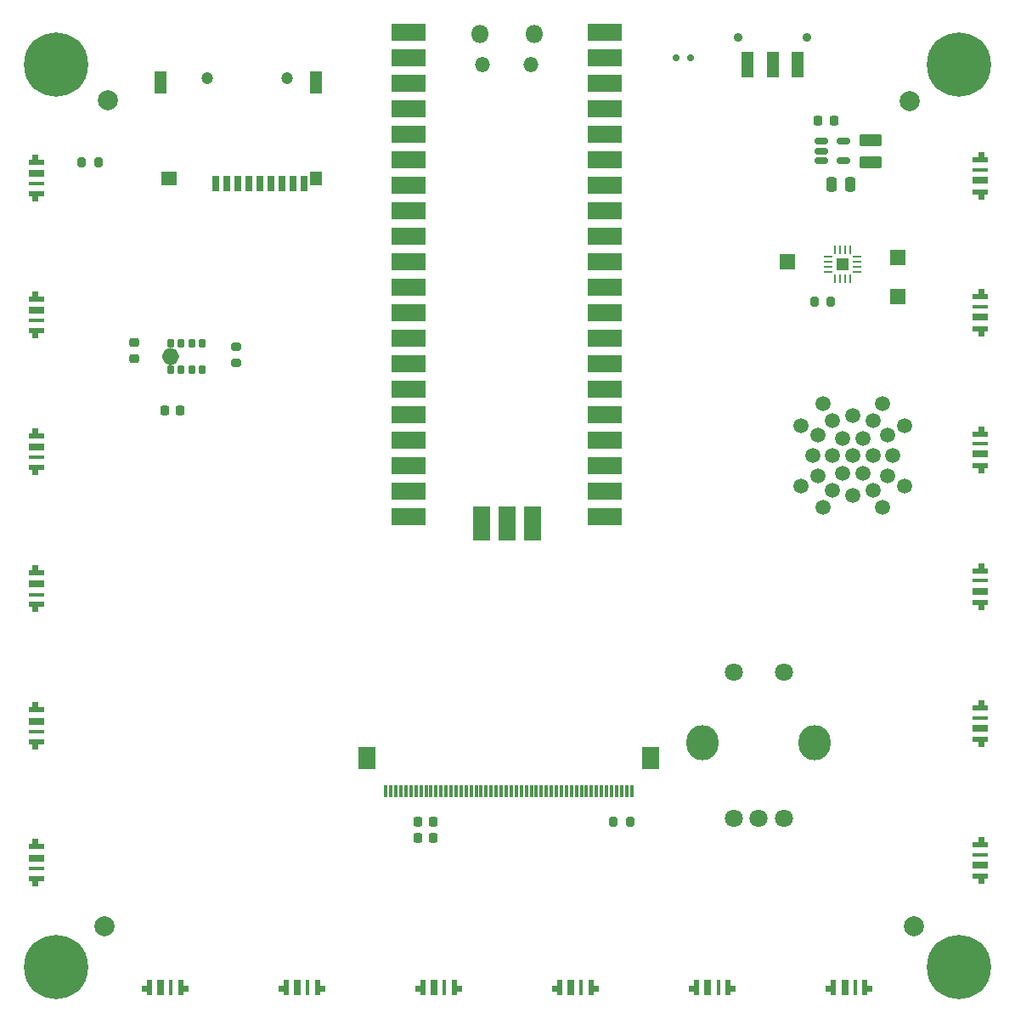
<source format=gbr>
%TF.GenerationSoftware,KiCad,Pcbnew,8.0.3*%
%TF.CreationDate,2024-06-20T00:24:59-06:00*%
%TF.ProjectId,dc32,64633332-2e6b-4696-9361-645f70636258,1.0*%
%TF.SameCoordinates,PX7bb10a0PY836a940*%
%TF.FileFunction,Soldermask,Top*%
%TF.FilePolarity,Negative*%
%FSLAX46Y46*%
G04 Gerber Fmt 4.6, Leading zero omitted, Abs format (unit mm)*
G04 Created by KiCad (PCBNEW 8.0.3) date 2024-06-20 00:24:59*
%MOMM*%
%LPD*%
G01*
G04 APERTURE LIST*
G04 Aperture macros list*
%AMRoundRect*
0 Rectangle with rounded corners*
0 $1 Rounding radius*
0 $2 $3 $4 $5 $6 $7 $8 $9 X,Y pos of 4 corners*
0 Add a 4 corners polygon primitive as box body*
4,1,4,$2,$3,$4,$5,$6,$7,$8,$9,$2,$3,0*
0 Add four circle primitives for the rounded corners*
1,1,$1+$1,$2,$3*
1,1,$1+$1,$4,$5*
1,1,$1+$1,$6,$7*
1,1,$1+$1,$8,$9*
0 Add four rect primitives between the rounded corners*
20,1,$1+$1,$2,$3,$4,$5,0*
20,1,$1+$1,$4,$5,$6,$7,0*
20,1,$1+$1,$6,$7,$8,$9,0*
20,1,$1+$1,$8,$9,$2,$3,0*%
%AMFreePoly0*
4,1,9,0.275000,-0.800000,-0.275000,-0.800000,-0.275000,-0.400000,-0.725000,-0.400000,-0.725000,0.150000,-0.275000,0.150000,-0.275000,0.800000,0.275000,0.800000,0.275000,-0.800000,0.275000,-0.800000,$1*%
%AMFreePoly1*
4,1,9,0.275000,0.150000,0.725000,0.150000,0.725000,-0.400000,0.275000,-0.400000,0.275000,-0.800000,-0.275000,-0.800000,-0.275000,0.800000,0.275000,0.800000,0.275000,0.150000,0.275000,0.150000,$1*%
G04 Aperture macros list end*
%ADD10C,0.880000*%
%ADD11C,2.000000*%
%ADD12FreePoly0,90.000000*%
%ADD13R,1.600000X0.700000*%
%ADD14R,1.600000X0.450000*%
%ADD15FreePoly1,90.000000*%
%ADD16RoundRect,0.225000X-0.225000X-0.250000X0.225000X-0.250000X0.225000X0.250000X-0.225000X0.250000X0*%
%ADD17C,1.200000*%
%ADD18R,0.700000X1.600000*%
%ADD19R,1.200000X1.400000*%
%ADD20R,1.200000X2.200000*%
%ADD21R,1.600000X1.400000*%
%ADD22R,1.500000X1.500000*%
%ADD23RoundRect,0.150000X0.150000X0.200000X-0.150000X0.200000X-0.150000X-0.200000X0.150000X-0.200000X0*%
%ADD24RoundRect,0.250000X0.250000X0.475000X-0.250000X0.475000X-0.250000X-0.475000X0.250000X-0.475000X0*%
%ADD25FreePoly0,0.000000*%
%ADD26R,0.450000X1.600000*%
%ADD27FreePoly1,0.000000*%
%ADD28R,0.300000X1.300000*%
%ADD29R,1.800000X2.200000*%
%ADD30RoundRect,0.200000X-0.275000X0.200000X-0.275000X-0.200000X0.275000X-0.200000X0.275000X0.200000X0*%
%ADD31FreePoly0,270.000000*%
%ADD32FreePoly1,270.000000*%
%ADD33C,0.900000*%
%ADD34R,1.250000X2.500000*%
%ADD35O,3.200000X3.500000*%
%ADD36C,1.800000*%
%ADD37RoundRect,0.200000X-0.200000X-0.275000X0.200000X-0.275000X0.200000X0.275000X-0.200000X0.275000X0*%
%ADD38RoundRect,0.250000X-0.850000X0.375000X-0.850000X-0.375000X0.850000X-0.375000X0.850000X0.375000X0*%
%ADD39C,1.500000*%
%ADD40C,0.750000*%
%ADD41RoundRect,0.102000X-0.200000X-0.300000X0.200000X-0.300000X0.200000X0.300000X-0.200000X0.300000X0*%
%ADD42RoundRect,0.200000X0.200000X0.275000X-0.200000X0.275000X-0.200000X-0.275000X0.200000X-0.275000X0*%
%ADD43RoundRect,0.150000X-0.512500X-0.150000X0.512500X-0.150000X0.512500X0.150000X-0.512500X0.150000X0*%
%ADD44RoundRect,0.062500X-0.350000X-0.062500X0.350000X-0.062500X0.350000X0.062500X-0.350000X0.062500X0*%
%ADD45RoundRect,0.062500X-0.062500X-0.350000X0.062500X-0.350000X0.062500X0.350000X-0.062500X0.350000X0*%
%ADD46R,1.230000X1.230000*%
%ADD47O,1.800000X1.800000*%
%ADD48O,1.500000X1.500000*%
%ADD49R,3.500000X1.700000*%
%ADD50R,1.700000X3.500000*%
%ADD51RoundRect,0.225000X0.250000X-0.225000X0.250000X0.225000X-0.250000X0.225000X-0.250000X-0.225000X0*%
%ADD52C,0.800000*%
%ADD53C,6.400000*%
G04 APERTURE END LIST*
D10*
%TO.C,U2*%
X16830000Y65870000D02*
G75*
G02*
X15950000Y65870000I-440000J0D01*
G01*
X15950000Y65870000D02*
G75*
G02*
X16830000Y65870000I440000J0D01*
G01*
%TD*%
D11*
%TO.C,FID3*%
X9800000Y9100000D03*
%TD*%
D12*
%TO.C,D15*%
X97100000Y41375000D03*
D13*
X97100000Y42500000D03*
D14*
X97100000Y43525000D03*
D15*
X97100000Y44525000D03*
%TD*%
D16*
%TO.C,C5*%
X15800000Y60540000D03*
X17350000Y60540000D03*
%TD*%
D17*
%TO.C,J1*%
X28030000Y93600000D03*
X20050000Y93600000D03*
D18*
X20900000Y83100000D03*
X22000000Y83100000D03*
X23100000Y83100000D03*
X24200000Y83100000D03*
X25300000Y83100000D03*
X26400000Y83100000D03*
X27500000Y83100000D03*
X28600000Y83100000D03*
X29700000Y83100000D03*
D19*
X30850000Y83600000D03*
D20*
X30850000Y93200000D03*
D21*
X16250000Y83600000D03*
D20*
X15350000Y93200000D03*
%TD*%
D22*
%TO.C,TP3*%
X77912500Y75312500D03*
%TD*%
D12*
%TO.C,D17*%
X97100000Y68655000D03*
D13*
X97100000Y69780000D03*
D14*
X97100000Y70805000D03*
D15*
X97100000Y71805000D03*
%TD*%
D23*
%TO.C,D19*%
X66800000Y95600000D03*
X68200000Y95600000D03*
%TD*%
D24*
%TO.C,C1*%
X84150000Y83000000D03*
X82250000Y83000000D03*
%TD*%
D12*
%TO.C,D16*%
X97100000Y55015000D03*
D13*
X97100000Y56140000D03*
D14*
X97100000Y57165000D03*
D15*
X97100000Y58165000D03*
%TD*%
D12*
%TO.C,D18*%
X97100000Y82295000D03*
D13*
X97100000Y83420000D03*
D14*
X97100000Y84445000D03*
D15*
X97100000Y85445000D03*
%TD*%
D25*
%TO.C,D7*%
X14270000Y3000000D03*
D18*
X15395000Y3000000D03*
D26*
X16420000Y3000000D03*
D27*
X17420000Y3000000D03*
%TD*%
D28*
%TO.C,J2*%
X62350000Y22600000D03*
X61850000Y22600000D03*
X61350000Y22600000D03*
X60850000Y22600000D03*
X60350000Y22600000D03*
X59850000Y22600000D03*
X59350000Y22600000D03*
X58850000Y22600000D03*
X58350000Y22600000D03*
X57850000Y22600000D03*
X57350000Y22600000D03*
X56850000Y22600000D03*
X56350000Y22600000D03*
X55850000Y22600000D03*
X55350000Y22600000D03*
X54850000Y22600000D03*
X54350000Y22600000D03*
X53850000Y22600000D03*
X53350000Y22600000D03*
X52850000Y22600000D03*
X52350000Y22600000D03*
X51850000Y22600000D03*
X51350000Y22600000D03*
X50850000Y22600000D03*
X50350000Y22600000D03*
X49850000Y22600000D03*
X49350000Y22600000D03*
X48850000Y22600000D03*
X48350000Y22600000D03*
X47850000Y22600000D03*
X47350000Y22600000D03*
X46850000Y22600000D03*
X46350000Y22600000D03*
X45850000Y22600000D03*
X45350000Y22600000D03*
X44850000Y22600000D03*
X44350000Y22600000D03*
X43850000Y22600000D03*
X43350000Y22600000D03*
X42850000Y22600000D03*
X42350000Y22600000D03*
X41850000Y22600000D03*
X41350000Y22600000D03*
X40850000Y22600000D03*
X40350000Y22600000D03*
X39850000Y22600000D03*
X39350000Y22600000D03*
X38850000Y22600000D03*
X38350000Y22600000D03*
X37850000Y22600000D03*
D29*
X64250000Y25850000D03*
X35950000Y25850000D03*
%TD*%
D30*
%TO.C,R3*%
X22950000Y66890000D03*
X22950000Y65240000D03*
%TD*%
D31*
%TO.C,D6*%
X3000000Y17030000D03*
D13*
X3000000Y15905000D03*
D14*
X3000000Y14880000D03*
D32*
X3000000Y13880000D03*
%TD*%
D31*
%TO.C,D3*%
X3000000Y57950000D03*
D13*
X3000000Y56825000D03*
D14*
X3000000Y55800000D03*
D32*
X3000000Y54800000D03*
%TD*%
D25*
%TO.C,D11*%
X68830000Y3000000D03*
D18*
X69955000Y3000000D03*
D26*
X70980000Y3000000D03*
D27*
X71980000Y3000000D03*
%TD*%
D33*
%TO.C,SW1*%
X79800000Y97700000D03*
X73000000Y97700000D03*
D34*
X78900000Y94950000D03*
X76400000Y94950000D03*
X73900000Y94950000D03*
%TD*%
D11*
%TO.C,FID4*%
X90500000Y9100000D03*
%TD*%
D31*
%TO.C,D4*%
X3000000Y44310000D03*
D13*
X3000000Y43185000D03*
D14*
X3000000Y42160000D03*
D32*
X3000000Y41160000D03*
%TD*%
D35*
%TO.C,SW2*%
X69400000Y27400000D03*
X80600000Y27400000D03*
D36*
X72500000Y19900000D03*
X77500000Y19900000D03*
X75000000Y19900000D03*
X72500000Y34400000D03*
X77500000Y34400000D03*
%TD*%
D37*
%TO.C,R2*%
X60550000Y19500000D03*
X62200000Y19500000D03*
%TD*%
D11*
%TO.C,FID1*%
X10100000Y91400000D03*
%TD*%
D25*
%TO.C,D10*%
X55190000Y3000000D03*
D18*
X56315000Y3000000D03*
D26*
X57340000Y3000000D03*
D27*
X58340000Y3000000D03*
%TD*%
D38*
%TO.C,L1*%
X86200000Y87400000D03*
X86200000Y85250000D03*
%TD*%
D25*
%TO.C,D12*%
X82470000Y3000000D03*
D18*
X83595000Y3000000D03*
D26*
X84620000Y3000000D03*
D27*
X85620000Y3000000D03*
%TD*%
D39*
%TO.C,REF\u002A\u002A*%
X81400000Y50807696D03*
X87400000Y50807696D03*
X84400000Y52003848D03*
X82400000Y52539746D03*
X86400000Y52539746D03*
X79203848Y53003848D03*
X89596152Y53003848D03*
X80935898Y54003848D03*
X87864102Y54003848D03*
X83400000Y54271797D03*
X85400000Y54271797D03*
X80400000Y56003848D03*
X82400000Y56003848D03*
X84400000Y56003848D03*
X86400000Y56003848D03*
X88400000Y56003848D03*
X83400000Y57735899D03*
X85400000Y57735899D03*
X80935898Y58003848D03*
X87864102Y58003848D03*
X79203848Y59003848D03*
X89596152Y59003848D03*
X82400000Y59467950D03*
X86400000Y59467950D03*
X84400000Y60003848D03*
X81400000Y61200000D03*
X87400000Y61200000D03*
%TD*%
D40*
%TO.C,U2*%
X16390000Y65870000D03*
D41*
X19550000Y67200000D03*
X18500000Y67200000D03*
X17450000Y67200000D03*
X16400000Y67200000D03*
X16400000Y64540000D03*
X17450000Y64540000D03*
X18500000Y64540000D03*
X19550000Y64540000D03*
%TD*%
D16*
%TO.C,C4*%
X41050000Y19500000D03*
X42600000Y19500000D03*
%TD*%
%TO.C,C2*%
X80950000Y89400000D03*
X82500000Y89400000D03*
%TD*%
D25*
%TO.C,D9*%
X41550000Y3000000D03*
D18*
X42675000Y3000000D03*
D26*
X43700000Y3000000D03*
D27*
X44700000Y3000000D03*
%TD*%
D12*
%TO.C,D14*%
X97100000Y27735000D03*
D13*
X97100000Y28860000D03*
D14*
X97100000Y29885000D03*
D15*
X97100000Y30885000D03*
%TD*%
D31*
%TO.C,D1*%
X3000000Y85230000D03*
D13*
X3000000Y84105000D03*
D14*
X3000000Y83080000D03*
D32*
X3000000Y82080000D03*
%TD*%
D42*
%TO.C,R4*%
X82212500Y71312500D03*
X80562500Y71312500D03*
%TD*%
D43*
%TO.C,U1*%
X81225000Y87300000D03*
X81225000Y86350000D03*
X81225000Y85400000D03*
X83500000Y85400000D03*
X83500000Y87300000D03*
%TD*%
D22*
%TO.C,TP4*%
X88912500Y75712500D03*
%TD*%
D12*
%TO.C,D13*%
X97100000Y14095000D03*
D13*
X97100000Y15220000D03*
D14*
X97100000Y16245000D03*
D15*
X97100000Y17245000D03*
%TD*%
D22*
%TO.C,TP5*%
X88912500Y71812500D03*
%TD*%
D44*
%TO.C,U4*%
X81925000Y75800000D03*
X81925000Y75300000D03*
X81925000Y74800000D03*
X81925000Y74300000D03*
D45*
X82612500Y73612500D03*
X83112500Y73612500D03*
X83612500Y73612500D03*
X84112500Y73612500D03*
D44*
X84800000Y74300000D03*
X84800000Y74800000D03*
X84800000Y75300000D03*
X84800000Y75800000D03*
D45*
X84112500Y76487500D03*
X83612500Y76487500D03*
X83112500Y76487500D03*
X82612500Y76487500D03*
D46*
X83362500Y75050000D03*
%TD*%
D11*
%TO.C,FID2*%
X90100000Y91300000D03*
%TD*%
D16*
%TO.C,C6*%
X41050000Y17900000D03*
X42600000Y17900000D03*
%TD*%
D31*
%TO.C,D2*%
X3000000Y71590000D03*
D13*
X3000000Y70465000D03*
D14*
X3000000Y69440000D03*
D32*
X3000000Y68440000D03*
%TD*%
D47*
%TO.C,U3*%
X47185000Y98030000D03*
D48*
X47485000Y95000000D03*
X52335000Y95000000D03*
D47*
X52635000Y98030000D03*
D49*
X40120000Y98160000D03*
X40120000Y95620000D03*
X40120000Y93080000D03*
X40120000Y90540000D03*
X40120000Y88000000D03*
X40120000Y85460000D03*
X40120000Y82920000D03*
X40120000Y80380000D03*
X40120000Y77840000D03*
X40120000Y75300000D03*
X40120000Y72760000D03*
X40120000Y70220000D03*
X40120000Y67680000D03*
X40120000Y65140000D03*
X40120000Y62600000D03*
X40120000Y60060000D03*
X40120000Y57520000D03*
X40120000Y54980000D03*
X40120000Y52440000D03*
X40120000Y49900000D03*
X59700000Y49900000D03*
X59700000Y52440000D03*
X59700000Y54980000D03*
X59700000Y57520000D03*
X59700000Y60060000D03*
X59700000Y62600000D03*
X59700000Y65140000D03*
X59700000Y67680000D03*
X59700000Y70220000D03*
X59700000Y72760000D03*
X59700000Y75300000D03*
X59700000Y77840000D03*
X59700000Y80380000D03*
X59700000Y82920000D03*
X59700000Y85460000D03*
X59700000Y88000000D03*
X59700000Y90540000D03*
X59700000Y93080000D03*
X59700000Y95620000D03*
X59700000Y98160000D03*
D50*
X47370000Y49230000D03*
X49910000Y49230000D03*
X52450000Y49230000D03*
%TD*%
D51*
%TO.C,C3*%
X12750000Y65690000D03*
X12750000Y67240000D03*
%TD*%
D37*
%TO.C,R1*%
X7550000Y85200000D03*
X9200000Y85200000D03*
%TD*%
D31*
%TO.C,D5*%
X3000000Y30670000D03*
D13*
X3000000Y29545000D03*
D14*
X3000000Y28520000D03*
D32*
X3000000Y27520000D03*
%TD*%
D25*
%TO.C,D8*%
X27910000Y3000000D03*
D18*
X29035000Y3000000D03*
D26*
X30060000Y3000000D03*
D27*
X31060000Y3000000D03*
%TD*%
D52*
%TO.C,H4*%
X7400000Y5000000D03*
X6697056Y3302944D03*
X6697056Y6697056D03*
X5000000Y2600000D03*
D53*
X5000000Y5000000D03*
D52*
X5000000Y7400000D03*
X3302944Y3302944D03*
X3302944Y6697056D03*
X2600000Y5000000D03*
%TD*%
%TO.C,H1*%
X97400000Y95000000D03*
X96697056Y93302944D03*
X96697056Y96697056D03*
X95000000Y92600000D03*
D53*
X95000000Y95000000D03*
D52*
X95000000Y97400000D03*
X93302944Y93302944D03*
X93302944Y96697056D03*
X92600000Y95000000D03*
%TD*%
%TO.C,H3*%
X97400000Y5000000D03*
X96697056Y3302944D03*
X96697056Y6697056D03*
X95000000Y2600000D03*
D53*
X95000000Y5000000D03*
D52*
X95000000Y7400000D03*
X93302944Y3302944D03*
X93302944Y6697056D03*
X92600000Y5000000D03*
%TD*%
%TO.C,H2*%
X7400000Y95000000D03*
X6697056Y93302944D03*
X6697056Y96697056D03*
X5000000Y92600000D03*
D53*
X5000000Y95000000D03*
D52*
X5000000Y97400000D03*
X3302944Y93302944D03*
X3302944Y96697056D03*
X2600000Y95000000D03*
%TD*%
M02*

</source>
